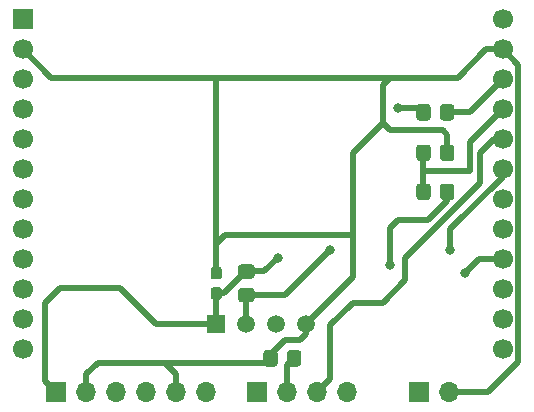
<source format=gbl>
%TF.GenerationSoftware,KiCad,Pcbnew,5.1.8*%
%TF.CreationDate,2020-12-08T01:30:07+01:00*%
%TF.ProjectId,dht_esp_shield,6468745f-6573-4705-9f73-6869656c642e,rev?*%
%TF.SameCoordinates,Original*%
%TF.FileFunction,Copper,L2,Bot*%
%TF.FilePolarity,Positive*%
%FSLAX46Y46*%
G04 Gerber Fmt 4.6, Leading zero omitted, Abs format (unit mm)*
G04 Created by KiCad (PCBNEW 5.1.8) date 2020-12-08 01:30:07*
%MOMM*%
%LPD*%
G01*
G04 APERTURE LIST*
%TA.AperFunction,ComponentPad*%
%ADD10C,1.500000*%
%TD*%
%TA.AperFunction,ComponentPad*%
%ADD11R,1.500000X1.500000*%
%TD*%
%TA.AperFunction,ComponentPad*%
%ADD12C,1.700000*%
%TD*%
%TA.AperFunction,ComponentPad*%
%ADD13R,1.700000X1.700000*%
%TD*%
%TA.AperFunction,ComponentPad*%
%ADD14O,1.700000X1.700000*%
%TD*%
%TA.AperFunction,ViaPad*%
%ADD15C,0.800000*%
%TD*%
%TA.AperFunction,Conductor*%
%ADD16C,0.500000*%
%TD*%
G04 APERTURE END LIST*
D10*
%TO.P,U2,4*%
%TO.N,Net-(C1-Pad1)*%
X122428000Y-84963000D03*
%TO.P,U2,3*%
%TO.N,Net-(U2-Pad3)*%
X119888000Y-84963000D03*
%TO.P,U2,2*%
%TO.N,Net-(R5-Pad2)*%
X117348000Y-84963000D03*
D11*
%TO.P,U2,1*%
%TO.N,Net-(C1-Pad2)*%
X114808000Y-84963000D03*
%TD*%
D12*
%TO.P,U1,13*%
%TO.N,Net-(U1-Pad13)*%
X139065000Y-87122000D03*
%TO.P,U1,14*%
%TO.N,Net-(U1-Pad14)*%
X139065000Y-84582000D03*
%TO.P,U1,15*%
%TO.N,Net-(U1-Pad15)*%
X139065000Y-82042000D03*
%TO.P,U1,16*%
%TO.N,Net-(C1-Pad2)*%
X139065000Y-79502000D03*
%TO.P,U1,17*%
%TO.N,Net-(U1-Pad17)*%
X139065000Y-76962000D03*
%TO.P,U1,18*%
%TO.N,Net-(U1-Pad18)*%
X139065000Y-74422000D03*
%TO.P,U1,19*%
%TO.N,Net-(R5-Pad2)*%
X139065000Y-71882000D03*
%TO.P,U1,20*%
%TO.N,Net-(J3-Pad1)*%
X139065000Y-69342000D03*
%TO.P,U1,21*%
%TO.N,Net-(R3-Pad1)*%
X139065000Y-66802000D03*
%TO.P,U1,22*%
%TO.N,Net-(R2-Pad2)*%
X139065000Y-64262000D03*
%TO.P,U1,23*%
%TO.N,Net-(C1-Pad1)*%
X139065000Y-61722000D03*
%TO.P,U1,24*%
%TO.N,Net-(F1-Pad2)*%
X139065000Y-59182000D03*
%TO.P,U1,12*%
%TO.N,Net-(U1-Pad12)*%
X98425000Y-87122000D03*
%TO.P,U1,11*%
%TO.N,Net-(U1-Pad11)*%
X98425000Y-84582000D03*
%TO.P,U1,10*%
%TO.N,Net-(U1-Pad10)*%
X98425000Y-82042000D03*
%TO.P,U1,9*%
%TO.N,Net-(U1-Pad9)*%
X98425000Y-79502000D03*
%TO.P,U1,8*%
%TO.N,Net-(U1-Pad8)*%
X98425000Y-76962000D03*
%TO.P,U1,7*%
%TO.N,Net-(U1-Pad7)*%
X98425000Y-74422000D03*
%TO.P,U1,6*%
%TO.N,Net-(U1-Pad6)*%
X98425000Y-71882000D03*
%TO.P,U1,5*%
%TO.N,Net-(U1-Pad5)*%
X98425000Y-69342000D03*
%TO.P,U1,4*%
%TO.N,Net-(J1-Pad4)*%
X98425000Y-66802000D03*
%TO.P,U1,3*%
%TO.N,Net-(J1-Pad3)*%
X98425000Y-64262000D03*
%TO.P,U1,2*%
%TO.N,Net-(C1-Pad1)*%
X98425000Y-61722000D03*
D13*
%TO.P,U1,1*%
%TO.N,Net-(J1-Pad6)*%
X98425000Y-59182000D03*
%TD*%
%TO.P,R5,2*%
%TO.N,Net-(R5-Pad2)*%
%TA.AperFunction,SMDPad,CuDef*%
G36*
G01*
X116897999Y-81934000D02*
X117798001Y-81934000D01*
G75*
G02*
X118048000Y-82183999I0J-249999D01*
G01*
X118048000Y-82884001D01*
G75*
G02*
X117798001Y-83134000I-249999J0D01*
G01*
X116897999Y-83134000D01*
G75*
G02*
X116648000Y-82884001I0J249999D01*
G01*
X116648000Y-82183999D01*
G75*
G02*
X116897999Y-81934000I249999J0D01*
G01*
G37*
%TD.AperFunction*%
%TO.P,R5,1*%
%TO.N,Net-(C1-Pad2)*%
%TA.AperFunction,SMDPad,CuDef*%
G36*
G01*
X116897999Y-79934000D02*
X117798001Y-79934000D01*
G75*
G02*
X118048000Y-80183999I0J-249999D01*
G01*
X118048000Y-80884001D01*
G75*
G02*
X117798001Y-81134000I-249999J0D01*
G01*
X116897999Y-81134000D01*
G75*
G02*
X116648000Y-80884001I0J249999D01*
G01*
X116648000Y-80183999D01*
G75*
G02*
X116897999Y-79934000I249999J0D01*
G01*
G37*
%TD.AperFunction*%
%TD*%
%TO.P,R4,2*%
%TO.N,Net-(F1-Pad1)*%
%TA.AperFunction,SMDPad,CuDef*%
G36*
G01*
X133750000Y-74237001D02*
X133750000Y-73336999D01*
G75*
G02*
X133999999Y-73087000I249999J0D01*
G01*
X134700001Y-73087000D01*
G75*
G02*
X134950000Y-73336999I0J-249999D01*
G01*
X134950000Y-74237001D01*
G75*
G02*
X134700001Y-74487000I-249999J0D01*
G01*
X133999999Y-74487000D01*
G75*
G02*
X133750000Y-74237001I0J249999D01*
G01*
G37*
%TD.AperFunction*%
%TO.P,R4,1*%
%TO.N,Net-(R3-Pad1)*%
%TA.AperFunction,SMDPad,CuDef*%
G36*
G01*
X131750000Y-74237001D02*
X131750000Y-73336999D01*
G75*
G02*
X131999999Y-73087000I249999J0D01*
G01*
X132700001Y-73087000D01*
G75*
G02*
X132950000Y-73336999I0J-249999D01*
G01*
X132950000Y-74237001D01*
G75*
G02*
X132700001Y-74487000I-249999J0D01*
G01*
X131999999Y-74487000D01*
G75*
G02*
X131750000Y-74237001I0J249999D01*
G01*
G37*
%TD.AperFunction*%
%TD*%
%TO.P,R3,2*%
%TO.N,Net-(C1-Pad1)*%
%TA.AperFunction,SMDPad,CuDef*%
G36*
G01*
X133750000Y-70935001D02*
X133750000Y-70034999D01*
G75*
G02*
X133999999Y-69785000I249999J0D01*
G01*
X134700001Y-69785000D01*
G75*
G02*
X134950000Y-70034999I0J-249999D01*
G01*
X134950000Y-70935001D01*
G75*
G02*
X134700001Y-71185000I-249999J0D01*
G01*
X133999999Y-71185000D01*
G75*
G02*
X133750000Y-70935001I0J249999D01*
G01*
G37*
%TD.AperFunction*%
%TO.P,R3,1*%
%TO.N,Net-(R3-Pad1)*%
%TA.AperFunction,SMDPad,CuDef*%
G36*
G01*
X131750000Y-70935001D02*
X131750000Y-70034999D01*
G75*
G02*
X131999999Y-69785000I249999J0D01*
G01*
X132700001Y-69785000D01*
G75*
G02*
X132950000Y-70034999I0J-249999D01*
G01*
X132950000Y-70935001D01*
G75*
G02*
X132700001Y-71185000I-249999J0D01*
G01*
X131999999Y-71185000D01*
G75*
G02*
X131750000Y-70935001I0J249999D01*
G01*
G37*
%TD.AperFunction*%
%TD*%
%TO.P,R2,2*%
%TO.N,Net-(R2-Pad2)*%
%TA.AperFunction,SMDPad,CuDef*%
G36*
G01*
X133750000Y-67506001D02*
X133750000Y-66605999D01*
G75*
G02*
X133999999Y-66356000I249999J0D01*
G01*
X134700001Y-66356000D01*
G75*
G02*
X134950000Y-66605999I0J-249999D01*
G01*
X134950000Y-67506001D01*
G75*
G02*
X134700001Y-67756000I-249999J0D01*
G01*
X133999999Y-67756000D01*
G75*
G02*
X133750000Y-67506001I0J249999D01*
G01*
G37*
%TD.AperFunction*%
%TO.P,R2,1*%
%TO.N,Net-(J3-Pad4)*%
%TA.AperFunction,SMDPad,CuDef*%
G36*
G01*
X131750000Y-67506001D02*
X131750000Y-66605999D01*
G75*
G02*
X131999999Y-66356000I249999J0D01*
G01*
X132700001Y-66356000D01*
G75*
G02*
X132950000Y-66605999I0J-249999D01*
G01*
X132950000Y-67506001D01*
G75*
G02*
X132700001Y-67756000I-249999J0D01*
G01*
X131999999Y-67756000D01*
G75*
G02*
X131750000Y-67506001I0J249999D01*
G01*
G37*
%TD.AperFunction*%
%TD*%
%TO.P,R1,2*%
%TO.N,Net-(J3-Pad2)*%
%TA.AperFunction,SMDPad,CuDef*%
G36*
G01*
X120796000Y-88334001D02*
X120796000Y-87433999D01*
G75*
G02*
X121045999Y-87184000I249999J0D01*
G01*
X121746001Y-87184000D01*
G75*
G02*
X121996000Y-87433999I0J-249999D01*
G01*
X121996000Y-88334001D01*
G75*
G02*
X121746001Y-88584000I-249999J0D01*
G01*
X121045999Y-88584000D01*
G75*
G02*
X120796000Y-88334001I0J249999D01*
G01*
G37*
%TD.AperFunction*%
%TO.P,R1,1*%
%TO.N,Net-(C1-Pad1)*%
%TA.AperFunction,SMDPad,CuDef*%
G36*
G01*
X118796000Y-88334001D02*
X118796000Y-87433999D01*
G75*
G02*
X119045999Y-87184000I249999J0D01*
G01*
X119746001Y-87184000D01*
G75*
G02*
X119996000Y-87433999I0J-249999D01*
G01*
X119996000Y-88334001D01*
G75*
G02*
X119746001Y-88584000I-249999J0D01*
G01*
X119045999Y-88584000D01*
G75*
G02*
X118796000Y-88334001I0J249999D01*
G01*
G37*
%TD.AperFunction*%
%TD*%
D14*
%TO.P,J3,4*%
%TO.N,Net-(J3-Pad4)*%
X125870000Y-90750000D03*
%TO.P,J3,3*%
%TO.N,Net-(J3-Pad1)*%
X123330000Y-90750000D03*
%TO.P,J3,2*%
%TO.N,Net-(J3-Pad2)*%
X120790000Y-90750000D03*
D13*
%TO.P,J3,1*%
%TO.N,Net-(J3-Pad1)*%
X118250000Y-90750000D03*
%TD*%
D14*
%TO.P,J2,2*%
%TO.N,Net-(C1-Pad1)*%
X134540000Y-90750000D03*
D13*
%TO.P,J2,1*%
%TO.N,Net-(F1-Pad2)*%
X132000000Y-90750000D03*
%TD*%
D14*
%TO.P,J1,6*%
%TO.N,Net-(J1-Pad6)*%
X113950000Y-90750000D03*
%TO.P,J1,5*%
%TO.N,Net-(C1-Pad1)*%
X111410000Y-90750000D03*
%TO.P,J1,4*%
%TO.N,Net-(J1-Pad4)*%
X108870000Y-90750000D03*
%TO.P,J1,3*%
%TO.N,Net-(J1-Pad3)*%
X106330000Y-90750000D03*
%TO.P,J1,2*%
%TO.N,Net-(C1-Pad1)*%
X103790000Y-90750000D03*
D13*
%TO.P,J1,1*%
%TO.N,Net-(C1-Pad2)*%
X101250000Y-90750000D03*
%TD*%
%TO.P,C1,2*%
%TO.N,Net-(C1-Pad2)*%
%TA.AperFunction,SMDPad,CuDef*%
G36*
G01*
X114570500Y-81859000D02*
X115045500Y-81859000D01*
G75*
G02*
X115283000Y-82096500I0J-237500D01*
G01*
X115283000Y-82696500D01*
G75*
G02*
X115045500Y-82934000I-237500J0D01*
G01*
X114570500Y-82934000D01*
G75*
G02*
X114333000Y-82696500I0J237500D01*
G01*
X114333000Y-82096500D01*
G75*
G02*
X114570500Y-81859000I237500J0D01*
G01*
G37*
%TD.AperFunction*%
%TO.P,C1,1*%
%TO.N,Net-(C1-Pad1)*%
%TA.AperFunction,SMDPad,CuDef*%
G36*
G01*
X114570500Y-80134000D02*
X115045500Y-80134000D01*
G75*
G02*
X115283000Y-80371500I0J-237500D01*
G01*
X115283000Y-80971500D01*
G75*
G02*
X115045500Y-81209000I-237500J0D01*
G01*
X114570500Y-81209000D01*
G75*
G02*
X114333000Y-80971500I0J237500D01*
G01*
X114333000Y-80371500D01*
G75*
G02*
X114570500Y-80134000I237500J0D01*
G01*
G37*
%TD.AperFunction*%
%TD*%
D15*
%TO.N,Net-(C1-Pad2)*%
X135890000Y-80645000D03*
X120015000Y-79375000D03*
%TO.N,Net-(F1-Pad1)*%
X129540000Y-80010000D03*
%TO.N,Net-(J3-Pad4)*%
X130175000Y-66675000D03*
%TO.N,Net-(R5-Pad2)*%
X124460000Y-78740000D03*
X134620000Y-78740000D03*
%TD*%
D16*
%TO.N,Net-(C1-Pad2)*%
X139065000Y-79502000D02*
X137033000Y-79502000D01*
X137033000Y-79502000D02*
X135890000Y-80645000D01*
X135890000Y-80645000D02*
X135890000Y-80645000D01*
X118856000Y-80534000D02*
X120015000Y-79375000D01*
X117348000Y-80534000D02*
X118856000Y-80534000D01*
X115485500Y-82396500D02*
X117348000Y-80534000D01*
X114808000Y-82396500D02*
X115485500Y-82396500D01*
X114808000Y-82396500D02*
X114808000Y-84963000D01*
X114808000Y-84963000D02*
X109728000Y-84963000D01*
X109728000Y-84963000D02*
X106680000Y-81915000D01*
X106680000Y-81915000D02*
X101600000Y-81915000D01*
X101600000Y-81915000D02*
X100330000Y-83185000D01*
X100330000Y-89830000D02*
X101250000Y-90750000D01*
X100330000Y-83185000D02*
X100330000Y-89830000D01*
%TO.N,Net-(C1-Pad1)*%
X134350000Y-70485000D02*
X134350000Y-68945000D01*
X134350000Y-68945000D02*
X133985000Y-68580000D01*
X133985000Y-68580000D02*
X129540000Y-68580000D01*
X129540000Y-68580000D02*
X128905000Y-67945000D01*
X128905000Y-67945000D02*
X128905000Y-64770000D01*
X128905000Y-64770000D02*
X129540000Y-64135000D01*
X137668000Y-61722000D02*
X139065000Y-61722000D01*
X135255000Y-64135000D02*
X137668000Y-61722000D01*
X134540000Y-90750000D02*
X137850000Y-90750000D01*
X140365001Y-63022001D02*
X139065000Y-61722000D01*
X140365001Y-88234999D02*
X140365001Y-63022001D01*
X137850000Y-90750000D02*
X140365001Y-88234999D01*
X122428000Y-84963000D02*
X126365000Y-81026000D01*
X126365000Y-70485000D02*
X128905000Y-67945000D01*
X119396000Y-87884000D02*
X119396000Y-87614000D01*
X119396000Y-87614000D02*
X120650000Y-86360000D01*
X120650000Y-86360000D02*
X121920000Y-86360000D01*
X122428000Y-85852000D02*
X121920000Y-86360000D01*
X122428000Y-84963000D02*
X122428000Y-85852000D01*
X103790000Y-90750000D02*
X103790000Y-89250000D01*
X103790000Y-89250000D02*
X104775000Y-88265000D01*
X104775000Y-88265000D02*
X110490000Y-88265000D01*
X111410000Y-89185000D02*
X111410000Y-90750000D01*
X110490000Y-88265000D02*
X111410000Y-89185000D01*
X119015000Y-88265000D02*
X119396000Y-87884000D01*
X110490000Y-88265000D02*
X119015000Y-88265000D01*
X98425000Y-61722000D02*
X100838000Y-64135000D01*
X131445000Y-64135000D02*
X135255000Y-64135000D01*
X129540000Y-64135000D02*
X131445000Y-64135000D01*
X114808000Y-64262000D02*
X114935000Y-64135000D01*
X114808000Y-80671500D02*
X114808000Y-64262000D01*
X114935000Y-64135000D02*
X131445000Y-64135000D01*
X100838000Y-64135000D02*
X114935000Y-64135000D01*
X114808000Y-80671500D02*
X114808000Y-78232000D01*
X115570000Y-77470000D02*
X126365000Y-77470000D01*
X114808000Y-78232000D02*
X115570000Y-77470000D01*
X126365000Y-77470000D02*
X126365000Y-70485000D01*
X126365000Y-81026000D02*
X126365000Y-77470000D01*
%TO.N,Net-(F1-Pad1)*%
X134350000Y-73787000D02*
X134350000Y-74565000D01*
X134350000Y-74565000D02*
X132715000Y-76200000D01*
X132715000Y-76200000D02*
X130175000Y-76200000D01*
X129540000Y-76835000D02*
X129540000Y-80010000D01*
X130175000Y-76200000D02*
X129540000Y-76835000D01*
%TO.N,Net-(J3-Pad4)*%
X131969000Y-66675000D02*
X132350000Y-67056000D01*
X130175000Y-66675000D02*
X131969000Y-66675000D01*
%TO.N,Net-(J3-Pad1)*%
X139065000Y-69342000D02*
X138303000Y-69342000D01*
X138303000Y-69342000D02*
X137160000Y-70485000D01*
X137160000Y-70485000D02*
X137160000Y-73025000D01*
X137160000Y-73025000D02*
X130810000Y-79375000D01*
X130810000Y-79375000D02*
X130810000Y-81280000D01*
X130810000Y-81280000D02*
X128905000Y-83185000D01*
X124460000Y-89620000D02*
X123330000Y-90750000D01*
X124460000Y-85090000D02*
X126365000Y-83185000D01*
X128905000Y-83185000D02*
X126365000Y-83185000D01*
X124460000Y-85090000D02*
X124460000Y-89620000D01*
%TO.N,Net-(J3-Pad2)*%
X120790000Y-88490000D02*
X121396000Y-87884000D01*
X120790000Y-90750000D02*
X120790000Y-88490000D01*
%TO.N,Net-(R2-Pad2)*%
X136271000Y-67056000D02*
X139065000Y-64262000D01*
X134350000Y-67056000D02*
X136271000Y-67056000D01*
%TO.N,Net-(R3-Pad1)*%
X132350000Y-72025000D02*
X136255000Y-72025000D01*
X132350000Y-73787000D02*
X132350000Y-72025000D01*
X132350000Y-72025000D02*
X132350000Y-70485000D01*
X136255000Y-69612000D02*
X139065000Y-66802000D01*
X136255000Y-72025000D02*
X136255000Y-69612000D01*
%TO.N,Net-(R5-Pad2)*%
X139065000Y-72497998D02*
X134620000Y-76942998D01*
X139065000Y-71882000D02*
X139065000Y-72497998D01*
X134620000Y-76942998D02*
X134620000Y-78740000D01*
X117348000Y-82534000D02*
X117348000Y-84963000D01*
X117348000Y-82534000D02*
X120666000Y-82534000D01*
X120666000Y-82534000D02*
X124460000Y-78740000D01*
X124460000Y-78740000D02*
X124460000Y-78740000D01*
X134620000Y-78740000D02*
X134620000Y-78740000D01*
%TD*%
M02*

</source>
